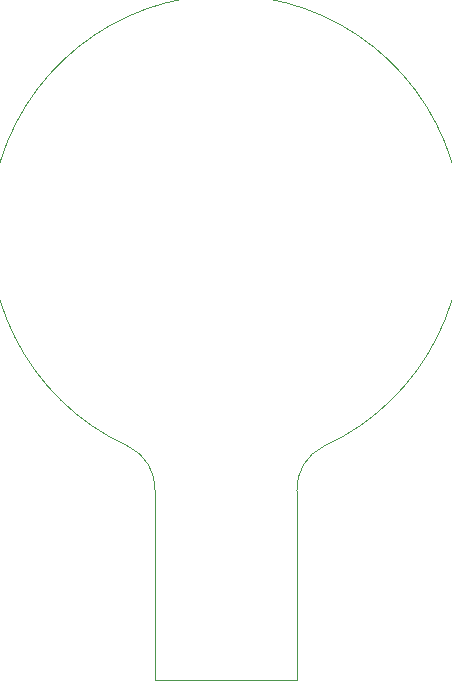
<source format=gbr>
%TF.GenerationSoftware,KiCad,Pcbnew,(5.1.8-0-10_14)*%
%TF.CreationDate,2020-11-27T17:03:58+01:00*%
%TF.ProjectId,VibrationSensor,56696272-6174-4696-9f6e-53656e736f72,rev?*%
%TF.SameCoordinates,Original*%
%TF.FileFunction,Profile,NP*%
%FSLAX46Y46*%
G04 Gerber Fmt 4.6, Leading zero omitted, Abs format (unit mm)*
G04 Created by KiCad (PCBNEW (5.1.8-0-10_14)) date 2020-11-27 17:03:58*
%MOMM*%
%LPD*%
G01*
G04 APERTURE LIST*
%TA.AperFunction,Profile*%
%ADD10C,0.050000*%
%TD*%
G04 APERTURE END LIST*
D10*
X126000000Y-110000000D02*
X138000000Y-110000000D01*
X138000000Y-94000000D02*
X138000000Y-110000000D01*
X140297982Y-90195702D02*
G75*
G03*
X138000000Y-94000000I1702018J-3624298D01*
G01*
X123702018Y-90195702D02*
G75*
G02*
X126000000Y-94000000I-1702018J-3624298D01*
G01*
X126000000Y-94000000D02*
X126000000Y-110000000D01*
X123702017Y-90195702D02*
G75*
G02*
X140297982Y-90195702I8297983J18195702D01*
G01*
M02*

</source>
